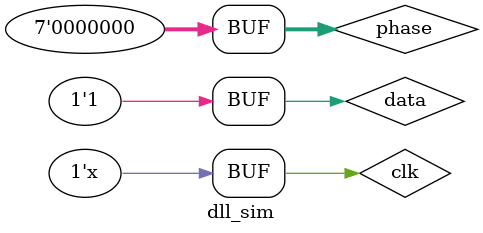
<source format=v>
`timescale 1ns / 1ps

module dll_sim;

reg data = 0;
reg [6:0] phase = 0;
reg clk = 0;
wire usb_clk;
wire [6:0] count;
wire edgedetect;


usb_dll USB_DLL (
    .i_clk(clk),
    .i_data(data),
    .i_phase_set(phase),
    .count(count),
    .edgedetect(edgedetect),
    .o_usb_clk(usb_clk)
);

always #5 clk = ~clk;

initial begin
    data=0; #20;
    data=1; #667;
    data=0; #667;
    data=1; #667;
end

endmodule

</source>
